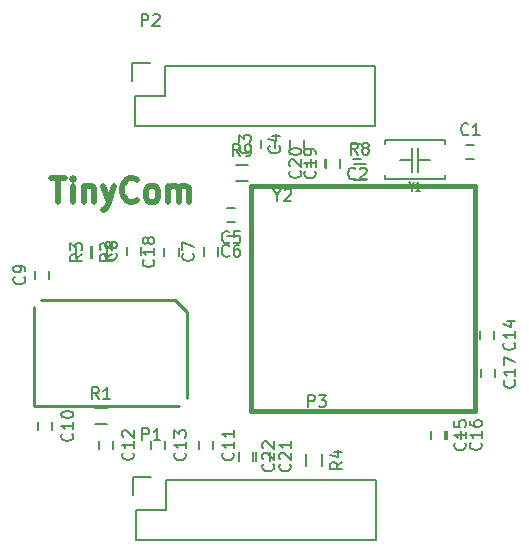
<source format=gbr>
G04 #@! TF.FileFunction,Legend,Top*
%FSLAX46Y46*%
G04 Gerber Fmt 4.6, Leading zero omitted, Abs format (unit mm)*
G04 Created by KiCad (PCBNEW 4.0.0-rc1-stable) date Sun 22 Nov 2015 09:54:25 PM ICT*
%MOMM*%
G01*
G04 APERTURE LIST*
%ADD10C,0.100000*%
%ADD11C,0.500000*%
%ADD12C,0.150000*%
%ADD13C,0.203200*%
%ADD14C,0.254000*%
%ADD15C,0.381000*%
%ADD16C,0.152400*%
G04 APERTURE END LIST*
D10*
D11*
X87379918Y-130857762D02*
X88522775Y-130857762D01*
X87951347Y-132857762D02*
X87951347Y-130857762D01*
X89189442Y-132857762D02*
X89189442Y-131524429D01*
X89189442Y-130857762D02*
X89094204Y-130953000D01*
X89189442Y-131048238D01*
X89284681Y-130953000D01*
X89189442Y-130857762D01*
X89189442Y-131048238D01*
X90141823Y-131524429D02*
X90141823Y-132857762D01*
X90141823Y-131714905D02*
X90237062Y-131619667D01*
X90427538Y-131524429D01*
X90713252Y-131524429D01*
X90903728Y-131619667D01*
X90998966Y-131810143D01*
X90998966Y-132857762D01*
X91760871Y-131524429D02*
X92237062Y-132857762D01*
X92713252Y-131524429D02*
X92237062Y-132857762D01*
X92046586Y-133333952D01*
X91951347Y-133429190D01*
X91760871Y-133524429D01*
X94618015Y-132667286D02*
X94522777Y-132762524D01*
X94237062Y-132857762D01*
X94046586Y-132857762D01*
X93760872Y-132762524D01*
X93570396Y-132572048D01*
X93475157Y-132381571D01*
X93379919Y-132000619D01*
X93379919Y-131714905D01*
X93475157Y-131333952D01*
X93570396Y-131143476D01*
X93760872Y-130953000D01*
X94046586Y-130857762D01*
X94237062Y-130857762D01*
X94522777Y-130953000D01*
X94618015Y-131048238D01*
X95760872Y-132857762D02*
X95570396Y-132762524D01*
X95475157Y-132667286D01*
X95379919Y-132476810D01*
X95379919Y-131905381D01*
X95475157Y-131714905D01*
X95570396Y-131619667D01*
X95760872Y-131524429D01*
X96046586Y-131524429D01*
X96237062Y-131619667D01*
X96332300Y-131714905D01*
X96427538Y-131905381D01*
X96427538Y-132476810D01*
X96332300Y-132667286D01*
X96237062Y-132762524D01*
X96046586Y-132857762D01*
X95760872Y-132857762D01*
X97284681Y-132857762D02*
X97284681Y-131524429D01*
X97284681Y-131714905D02*
X97379920Y-131619667D01*
X97570396Y-131524429D01*
X97856110Y-131524429D01*
X98046586Y-131619667D01*
X98141824Y-131810143D01*
X98141824Y-132857762D01*
X98141824Y-131810143D02*
X98237062Y-131619667D01*
X98427539Y-131524429D01*
X98713253Y-131524429D01*
X98903729Y-131619667D01*
X98998967Y-131810143D01*
X98998967Y-132857762D01*
D12*
X114871500Y-161480000D02*
X94551500Y-161480000D01*
X97091500Y-156400000D02*
X114871500Y-156400000D01*
X114871500Y-161480000D02*
X114871500Y-156400000D01*
X94551500Y-161480000D02*
X94551500Y-158940000D01*
X95821500Y-156120000D02*
X94271500Y-156120000D01*
X94551500Y-158940000D02*
X97091500Y-158940000D01*
X97091500Y-158940000D02*
X97091500Y-156400000D01*
X94271500Y-156120000D02*
X94271500Y-157670000D01*
X97018400Y-153117000D02*
X97018400Y-153817000D01*
X95818400Y-153817000D02*
X95818400Y-153117000D01*
X89444200Y-137635000D02*
X89444200Y-136635000D01*
X90794200Y-136635000D02*
X90794200Y-137635000D01*
X92115000Y-136635000D02*
X92115000Y-137635000D01*
X90765000Y-137635000D02*
X90765000Y-136635000D01*
X92067000Y-151678000D02*
X91067000Y-151678000D01*
X91067000Y-150328000D02*
X92067000Y-150328000D01*
X114808000Y-126428000D02*
X94488000Y-126428000D01*
X97028000Y-121348000D02*
X114808000Y-121348000D01*
X114808000Y-126428000D02*
X114808000Y-121348000D01*
X94488000Y-126428000D02*
X94488000Y-123888000D01*
X95758000Y-121068000D02*
X94208000Y-121068000D01*
X94488000Y-123888000D02*
X97028000Y-123888000D01*
X97028000Y-123888000D02*
X97028000Y-121348000D01*
X94208000Y-121068000D02*
X94208000Y-122618000D01*
D13*
X117920000Y-129286000D02*
X116904000Y-129286000D01*
X118428000Y-129286000D02*
X119444000Y-129286000D01*
X117920000Y-128270000D02*
X117920000Y-130302000D01*
X118428000Y-128270000D02*
X118428000Y-130302000D01*
X115634000Y-127635000D02*
X115634000Y-127952500D01*
X120714000Y-127635000D02*
X120714000Y-127952500D01*
X120714000Y-130937000D02*
X120714000Y-130619500D01*
X115634000Y-130937000D02*
X115634000Y-130619500D01*
X115634000Y-130937000D02*
X120714000Y-130937000D01*
X115634000Y-127635000D02*
X120714000Y-127635000D01*
D12*
X105128000Y-128302000D02*
X105128000Y-127602000D01*
X106328000Y-127602000D02*
X106328000Y-128302000D01*
X107604000Y-128302000D02*
X107604000Y-127602000D01*
X108804000Y-127602000D02*
X108804000Y-128302000D01*
X108964000Y-155211000D02*
X108964000Y-154211000D01*
X110314000Y-154211000D02*
X110314000Y-155211000D01*
X113974000Y-130977000D02*
X112974000Y-130977000D01*
X112974000Y-129627000D02*
X113974000Y-129627000D01*
X104017000Y-131104000D02*
X103017000Y-131104000D01*
X103017000Y-129754000D02*
X104017000Y-129754000D01*
X100289000Y-137408000D02*
X100289000Y-136708000D01*
X101489000Y-136708000D02*
X101489000Y-137408000D01*
X93773700Y-137358000D02*
X93773700Y-136658000D01*
X94973700Y-136658000D02*
X94973700Y-137358000D01*
X86014000Y-139390000D02*
X86014000Y-138690000D01*
X87214000Y-138690000D02*
X87214000Y-139390000D01*
X87468000Y-151491000D02*
X87468000Y-152191000D01*
X86268000Y-152191000D02*
X86268000Y-151491000D01*
X101082000Y-153117000D02*
X101082000Y-153817000D01*
X99882000Y-153817000D02*
X99882000Y-153117000D01*
X92598800Y-153104000D02*
X92598800Y-153804000D01*
X91398800Y-153804000D02*
X91398800Y-153104000D01*
X124882000Y-143782000D02*
X124882000Y-144482000D01*
X123682000Y-144482000D02*
X123682000Y-143782000D01*
X120729000Y-152266000D02*
X120729000Y-152966000D01*
X119529000Y-152966000D02*
X119529000Y-152266000D01*
X122050000Y-152240000D02*
X122050000Y-152940000D01*
X120850000Y-152940000D02*
X120850000Y-152240000D01*
X124908000Y-146970000D02*
X124908000Y-147670000D01*
X123708000Y-147670000D02*
X123708000Y-146970000D01*
X122497000Y-128051000D02*
X123197000Y-128051000D01*
X123197000Y-129251000D02*
X122497000Y-129251000D01*
X113621000Y-129200000D02*
X112921000Y-129200000D01*
X112921000Y-128000000D02*
X113621000Y-128000000D01*
X110614000Y-129954000D02*
X110614000Y-129254000D01*
X111814000Y-129254000D02*
X111814000Y-129954000D01*
X109369000Y-129928000D02*
X109369000Y-129228000D01*
X110569000Y-129228000D02*
X110569000Y-129928000D01*
X102941000Y-134598000D02*
X102241000Y-134598000D01*
X102241000Y-133398000D02*
X102941000Y-133398000D01*
X102941000Y-135741000D02*
X102241000Y-135741000D01*
X102241000Y-134541000D02*
X102941000Y-134541000D01*
X96948700Y-137446000D02*
X96948700Y-136746000D01*
X98148700Y-136746000D02*
X98148700Y-137446000D01*
X105908400Y-154056600D02*
X105908400Y-154756600D01*
X104708400Y-154756600D02*
X104708400Y-154056600D01*
X104486000Y-154056600D02*
X104486000Y-154756600D01*
X103286000Y-154756600D02*
X103286000Y-154056600D01*
D14*
X85862160Y-141793240D02*
X85862160Y-150139680D01*
X85862160Y-150139680D02*
X98211640Y-150139680D01*
X98861880Y-149489440D02*
X98861880Y-142143760D01*
X98861880Y-142143760D02*
X97861120Y-141143000D01*
X97861120Y-141143000D02*
X86512400Y-141143000D01*
D15*
X104244400Y-150548600D02*
X104244400Y-131549400D01*
X104244400Y-131549400D02*
X123243600Y-131549400D01*
X123243600Y-131549400D02*
X123243600Y-150548600D01*
X123243600Y-150548600D02*
X104244400Y-150548600D01*
D12*
X95083405Y-153022381D02*
X95083405Y-152022381D01*
X95464358Y-152022381D01*
X95559596Y-152070000D01*
X95607215Y-152117619D01*
X95654834Y-152212857D01*
X95654834Y-152355714D01*
X95607215Y-152450952D01*
X95559596Y-152498571D01*
X95464358Y-152546190D01*
X95083405Y-152546190D01*
X96607215Y-153022381D02*
X96035786Y-153022381D01*
X96321500Y-153022381D02*
X96321500Y-152022381D01*
X96226262Y-152165238D01*
X96131024Y-152260476D01*
X96035786Y-152308095D01*
X98675543Y-154109857D02*
X98723162Y-154157476D01*
X98770781Y-154300333D01*
X98770781Y-154395571D01*
X98723162Y-154538429D01*
X98627924Y-154633667D01*
X98532686Y-154681286D01*
X98342210Y-154728905D01*
X98199352Y-154728905D01*
X98008876Y-154681286D01*
X97913638Y-154633667D01*
X97818400Y-154538429D01*
X97770781Y-154395571D01*
X97770781Y-154300333D01*
X97818400Y-154157476D01*
X97866019Y-154109857D01*
X98770781Y-153157476D02*
X98770781Y-153728905D01*
X98770781Y-153443191D02*
X97770781Y-153443191D01*
X97913638Y-153538429D01*
X98008876Y-153633667D01*
X98056495Y-153728905D01*
X97770781Y-152824143D02*
X97770781Y-152205095D01*
X98151733Y-152538429D01*
X98151733Y-152395571D01*
X98199352Y-152300333D01*
X98246971Y-152252714D01*
X98342210Y-152205095D01*
X98580305Y-152205095D01*
X98675543Y-152252714D01*
X98723162Y-152300333D01*
X98770781Y-152395571D01*
X98770781Y-152681286D01*
X98723162Y-152776524D01*
X98675543Y-152824143D01*
X92471581Y-137301666D02*
X91995390Y-137635000D01*
X92471581Y-137873095D02*
X91471581Y-137873095D01*
X91471581Y-137492142D01*
X91519200Y-137396904D01*
X91566819Y-137349285D01*
X91662057Y-137301666D01*
X91804914Y-137301666D01*
X91900152Y-137349285D01*
X91947771Y-137396904D01*
X91995390Y-137492142D01*
X91995390Y-137873095D01*
X91566819Y-136920714D02*
X91519200Y-136873095D01*
X91471581Y-136777857D01*
X91471581Y-136539761D01*
X91519200Y-136444523D01*
X91566819Y-136396904D01*
X91662057Y-136349285D01*
X91757295Y-136349285D01*
X91900152Y-136396904D01*
X92471581Y-136968333D01*
X92471581Y-136349285D01*
X89992381Y-137301666D02*
X89516190Y-137635000D01*
X89992381Y-137873095D02*
X88992381Y-137873095D01*
X88992381Y-137492142D01*
X89040000Y-137396904D01*
X89087619Y-137349285D01*
X89182857Y-137301666D01*
X89325714Y-137301666D01*
X89420952Y-137349285D01*
X89468571Y-137396904D01*
X89516190Y-137492142D01*
X89516190Y-137873095D01*
X88992381Y-136968333D02*
X88992381Y-136349285D01*
X89373333Y-136682619D01*
X89373333Y-136539761D01*
X89420952Y-136444523D01*
X89468571Y-136396904D01*
X89563810Y-136349285D01*
X89801905Y-136349285D01*
X89897143Y-136396904D01*
X89944762Y-136444523D01*
X89992381Y-136539761D01*
X89992381Y-136825476D01*
X89944762Y-136920714D01*
X89897143Y-136968333D01*
X91400334Y-149555381D02*
X91067000Y-149079190D01*
X90828905Y-149555381D02*
X90828905Y-148555381D01*
X91209858Y-148555381D01*
X91305096Y-148603000D01*
X91352715Y-148650619D01*
X91400334Y-148745857D01*
X91400334Y-148888714D01*
X91352715Y-148983952D01*
X91305096Y-149031571D01*
X91209858Y-149079190D01*
X90828905Y-149079190D01*
X92352715Y-149555381D02*
X91781286Y-149555381D01*
X92067000Y-149555381D02*
X92067000Y-148555381D01*
X91971762Y-148698238D01*
X91876524Y-148793476D01*
X91781286Y-148841095D01*
X95019905Y-117970381D02*
X95019905Y-116970381D01*
X95400858Y-116970381D01*
X95496096Y-117018000D01*
X95543715Y-117065619D01*
X95591334Y-117160857D01*
X95591334Y-117303714D01*
X95543715Y-117398952D01*
X95496096Y-117446571D01*
X95400858Y-117494190D01*
X95019905Y-117494190D01*
X95972286Y-117065619D02*
X96019905Y-117018000D01*
X96115143Y-116970381D01*
X96353239Y-116970381D01*
X96448477Y-117018000D01*
X96496096Y-117065619D01*
X96543715Y-117160857D01*
X96543715Y-117256095D01*
X96496096Y-117398952D01*
X95924667Y-117970381D01*
X96543715Y-117970381D01*
D16*
X117883715Y-131553857D02*
X117883715Y-131916714D01*
X117680515Y-131154714D02*
X117883715Y-131553857D01*
X118086915Y-131154714D01*
X118609429Y-131916714D02*
X118261086Y-131916714D01*
X118435258Y-131916714D02*
X118435258Y-131154714D01*
X118377201Y-131263571D01*
X118319143Y-131336143D01*
X118261086Y-131372429D01*
D12*
X106501809Y-132278190D02*
X106501809Y-132754381D01*
X106168476Y-131754381D02*
X106501809Y-132278190D01*
X106835143Y-131754381D01*
X107120857Y-131849619D02*
X107168476Y-131802000D01*
X107263714Y-131754381D01*
X107501810Y-131754381D01*
X107597048Y-131802000D01*
X107644667Y-131849619D01*
X107692286Y-131944857D01*
X107692286Y-132040095D01*
X107644667Y-132182952D01*
X107073238Y-132754381D01*
X107692286Y-132754381D01*
X104185143Y-128118666D02*
X104232762Y-128166285D01*
X104280381Y-128309142D01*
X104280381Y-128404380D01*
X104232762Y-128547238D01*
X104137524Y-128642476D01*
X104042286Y-128690095D01*
X103851810Y-128737714D01*
X103708952Y-128737714D01*
X103518476Y-128690095D01*
X103423238Y-128642476D01*
X103328000Y-128547238D01*
X103280381Y-128404380D01*
X103280381Y-128309142D01*
X103328000Y-128166285D01*
X103375619Y-128118666D01*
X103280381Y-127785333D02*
X103280381Y-127166285D01*
X103661333Y-127499619D01*
X103661333Y-127356761D01*
X103708952Y-127261523D01*
X103756571Y-127213904D01*
X103851810Y-127166285D01*
X104089905Y-127166285D01*
X104185143Y-127213904D01*
X104232762Y-127261523D01*
X104280381Y-127356761D01*
X104280381Y-127642476D01*
X104232762Y-127737714D01*
X104185143Y-127785333D01*
X106661143Y-128118666D02*
X106708762Y-128166285D01*
X106756381Y-128309142D01*
X106756381Y-128404380D01*
X106708762Y-128547238D01*
X106613524Y-128642476D01*
X106518286Y-128690095D01*
X106327810Y-128737714D01*
X106184952Y-128737714D01*
X105994476Y-128690095D01*
X105899238Y-128642476D01*
X105804000Y-128547238D01*
X105756381Y-128404380D01*
X105756381Y-128309142D01*
X105804000Y-128166285D01*
X105851619Y-128118666D01*
X106089714Y-127261523D02*
X106756381Y-127261523D01*
X105708762Y-127499619D02*
X106423048Y-127737714D01*
X106423048Y-127118666D01*
X111991381Y-154877666D02*
X111515190Y-155211000D01*
X111991381Y-155449095D02*
X110991381Y-155449095D01*
X110991381Y-155068142D01*
X111039000Y-154972904D01*
X111086619Y-154925285D01*
X111181857Y-154877666D01*
X111324714Y-154877666D01*
X111419952Y-154925285D01*
X111467571Y-154972904D01*
X111515190Y-155068142D01*
X111515190Y-155449095D01*
X111324714Y-154020523D02*
X111991381Y-154020523D01*
X110943762Y-154258619D02*
X111658048Y-154496714D01*
X111658048Y-153877666D01*
X113307334Y-128854381D02*
X112974000Y-128378190D01*
X112735905Y-128854381D02*
X112735905Y-127854381D01*
X113116858Y-127854381D01*
X113212096Y-127902000D01*
X113259715Y-127949619D01*
X113307334Y-128044857D01*
X113307334Y-128187714D01*
X113259715Y-128282952D01*
X113212096Y-128330571D01*
X113116858Y-128378190D01*
X112735905Y-128378190D01*
X113878762Y-128282952D02*
X113783524Y-128235333D01*
X113735905Y-128187714D01*
X113688286Y-128092476D01*
X113688286Y-128044857D01*
X113735905Y-127949619D01*
X113783524Y-127902000D01*
X113878762Y-127854381D01*
X114069239Y-127854381D01*
X114164477Y-127902000D01*
X114212096Y-127949619D01*
X114259715Y-128044857D01*
X114259715Y-128092476D01*
X114212096Y-128187714D01*
X114164477Y-128235333D01*
X114069239Y-128282952D01*
X113878762Y-128282952D01*
X113783524Y-128330571D01*
X113735905Y-128378190D01*
X113688286Y-128473429D01*
X113688286Y-128663905D01*
X113735905Y-128759143D01*
X113783524Y-128806762D01*
X113878762Y-128854381D01*
X114069239Y-128854381D01*
X114164477Y-128806762D01*
X114212096Y-128759143D01*
X114259715Y-128663905D01*
X114259715Y-128473429D01*
X114212096Y-128378190D01*
X114164477Y-128330571D01*
X114069239Y-128282952D01*
X103350334Y-128981381D02*
X103017000Y-128505190D01*
X102778905Y-128981381D02*
X102778905Y-127981381D01*
X103159858Y-127981381D01*
X103255096Y-128029000D01*
X103302715Y-128076619D01*
X103350334Y-128171857D01*
X103350334Y-128314714D01*
X103302715Y-128409952D01*
X103255096Y-128457571D01*
X103159858Y-128505190D01*
X102778905Y-128505190D01*
X103826524Y-128981381D02*
X104017000Y-128981381D01*
X104112239Y-128933762D01*
X104159858Y-128886143D01*
X104255096Y-128743286D01*
X104302715Y-128552810D01*
X104302715Y-128171857D01*
X104255096Y-128076619D01*
X104207477Y-128029000D01*
X104112239Y-127981381D01*
X103921762Y-127981381D01*
X103826524Y-128029000D01*
X103778905Y-128076619D01*
X103731286Y-128171857D01*
X103731286Y-128409952D01*
X103778905Y-128505190D01*
X103826524Y-128552810D01*
X103921762Y-128600429D01*
X104112239Y-128600429D01*
X104207477Y-128552810D01*
X104255096Y-128505190D01*
X104302715Y-128409952D01*
X99346143Y-137224666D02*
X99393762Y-137272285D01*
X99441381Y-137415142D01*
X99441381Y-137510380D01*
X99393762Y-137653238D01*
X99298524Y-137748476D01*
X99203286Y-137796095D01*
X99012810Y-137843714D01*
X98869952Y-137843714D01*
X98679476Y-137796095D01*
X98584238Y-137748476D01*
X98489000Y-137653238D01*
X98441381Y-137510380D01*
X98441381Y-137415142D01*
X98489000Y-137272285D01*
X98536619Y-137224666D01*
X98441381Y-136891333D02*
X98441381Y-136224666D01*
X99441381Y-136653238D01*
X92830843Y-137174666D02*
X92878462Y-137222285D01*
X92926081Y-137365142D01*
X92926081Y-137460380D01*
X92878462Y-137603238D01*
X92783224Y-137698476D01*
X92687986Y-137746095D01*
X92497510Y-137793714D01*
X92354652Y-137793714D01*
X92164176Y-137746095D01*
X92068938Y-137698476D01*
X91973700Y-137603238D01*
X91926081Y-137460380D01*
X91926081Y-137365142D01*
X91973700Y-137222285D01*
X92021319Y-137174666D01*
X92354652Y-136603238D02*
X92307033Y-136698476D01*
X92259414Y-136746095D01*
X92164176Y-136793714D01*
X92116557Y-136793714D01*
X92021319Y-136746095D01*
X91973700Y-136698476D01*
X91926081Y-136603238D01*
X91926081Y-136412761D01*
X91973700Y-136317523D01*
X92021319Y-136269904D01*
X92116557Y-136222285D01*
X92164176Y-136222285D01*
X92259414Y-136269904D01*
X92307033Y-136317523D01*
X92354652Y-136412761D01*
X92354652Y-136603238D01*
X92402271Y-136698476D01*
X92449890Y-136746095D01*
X92545129Y-136793714D01*
X92735605Y-136793714D01*
X92830843Y-136746095D01*
X92878462Y-136698476D01*
X92926081Y-136603238D01*
X92926081Y-136412761D01*
X92878462Y-136317523D01*
X92830843Y-136269904D01*
X92735605Y-136222285D01*
X92545129Y-136222285D01*
X92449890Y-136269904D01*
X92402271Y-136317523D01*
X92354652Y-136412761D01*
X85071143Y-139206666D02*
X85118762Y-139254285D01*
X85166381Y-139397142D01*
X85166381Y-139492380D01*
X85118762Y-139635238D01*
X85023524Y-139730476D01*
X84928286Y-139778095D01*
X84737810Y-139825714D01*
X84594952Y-139825714D01*
X84404476Y-139778095D01*
X84309238Y-139730476D01*
X84214000Y-139635238D01*
X84166381Y-139492380D01*
X84166381Y-139397142D01*
X84214000Y-139254285D01*
X84261619Y-139206666D01*
X85166381Y-138730476D02*
X85166381Y-138540000D01*
X85118762Y-138444761D01*
X85071143Y-138397142D01*
X84928286Y-138301904D01*
X84737810Y-138254285D01*
X84356857Y-138254285D01*
X84261619Y-138301904D01*
X84214000Y-138349523D01*
X84166381Y-138444761D01*
X84166381Y-138635238D01*
X84214000Y-138730476D01*
X84261619Y-138778095D01*
X84356857Y-138825714D01*
X84594952Y-138825714D01*
X84690190Y-138778095D01*
X84737810Y-138730476D01*
X84785429Y-138635238D01*
X84785429Y-138444761D01*
X84737810Y-138349523D01*
X84690190Y-138301904D01*
X84594952Y-138254285D01*
X89125143Y-152483857D02*
X89172762Y-152531476D01*
X89220381Y-152674333D01*
X89220381Y-152769571D01*
X89172762Y-152912429D01*
X89077524Y-153007667D01*
X88982286Y-153055286D01*
X88791810Y-153102905D01*
X88648952Y-153102905D01*
X88458476Y-153055286D01*
X88363238Y-153007667D01*
X88268000Y-152912429D01*
X88220381Y-152769571D01*
X88220381Y-152674333D01*
X88268000Y-152531476D01*
X88315619Y-152483857D01*
X89220381Y-151531476D02*
X89220381Y-152102905D01*
X89220381Y-151817191D02*
X88220381Y-151817191D01*
X88363238Y-151912429D01*
X88458476Y-152007667D01*
X88506095Y-152102905D01*
X88220381Y-150912429D02*
X88220381Y-150817190D01*
X88268000Y-150721952D01*
X88315619Y-150674333D01*
X88410857Y-150626714D01*
X88601333Y-150579095D01*
X88839429Y-150579095D01*
X89029905Y-150626714D01*
X89125143Y-150674333D01*
X89172762Y-150721952D01*
X89220381Y-150817190D01*
X89220381Y-150912429D01*
X89172762Y-151007667D01*
X89125143Y-151055286D01*
X89029905Y-151102905D01*
X88839429Y-151150524D01*
X88601333Y-151150524D01*
X88410857Y-151102905D01*
X88315619Y-151055286D01*
X88268000Y-151007667D01*
X88220381Y-150912429D01*
X102739143Y-154109857D02*
X102786762Y-154157476D01*
X102834381Y-154300333D01*
X102834381Y-154395571D01*
X102786762Y-154538429D01*
X102691524Y-154633667D01*
X102596286Y-154681286D01*
X102405810Y-154728905D01*
X102262952Y-154728905D01*
X102072476Y-154681286D01*
X101977238Y-154633667D01*
X101882000Y-154538429D01*
X101834381Y-154395571D01*
X101834381Y-154300333D01*
X101882000Y-154157476D01*
X101929619Y-154109857D01*
X102834381Y-153157476D02*
X102834381Y-153728905D01*
X102834381Y-153443191D02*
X101834381Y-153443191D01*
X101977238Y-153538429D01*
X102072476Y-153633667D01*
X102120095Y-153728905D01*
X102834381Y-152205095D02*
X102834381Y-152776524D01*
X102834381Y-152490810D02*
X101834381Y-152490810D01*
X101977238Y-152586048D01*
X102072476Y-152681286D01*
X102120095Y-152776524D01*
X94255943Y-154096857D02*
X94303562Y-154144476D01*
X94351181Y-154287333D01*
X94351181Y-154382571D01*
X94303562Y-154525429D01*
X94208324Y-154620667D01*
X94113086Y-154668286D01*
X93922610Y-154715905D01*
X93779752Y-154715905D01*
X93589276Y-154668286D01*
X93494038Y-154620667D01*
X93398800Y-154525429D01*
X93351181Y-154382571D01*
X93351181Y-154287333D01*
X93398800Y-154144476D01*
X93446419Y-154096857D01*
X94351181Y-153144476D02*
X94351181Y-153715905D01*
X94351181Y-153430191D02*
X93351181Y-153430191D01*
X93494038Y-153525429D01*
X93589276Y-153620667D01*
X93636895Y-153715905D01*
X93446419Y-152763524D02*
X93398800Y-152715905D01*
X93351181Y-152620667D01*
X93351181Y-152382571D01*
X93398800Y-152287333D01*
X93446419Y-152239714D01*
X93541657Y-152192095D01*
X93636895Y-152192095D01*
X93779752Y-152239714D01*
X94351181Y-152811143D01*
X94351181Y-152192095D01*
X126539143Y-144774857D02*
X126586762Y-144822476D01*
X126634381Y-144965333D01*
X126634381Y-145060571D01*
X126586762Y-145203429D01*
X126491524Y-145298667D01*
X126396286Y-145346286D01*
X126205810Y-145393905D01*
X126062952Y-145393905D01*
X125872476Y-145346286D01*
X125777238Y-145298667D01*
X125682000Y-145203429D01*
X125634381Y-145060571D01*
X125634381Y-144965333D01*
X125682000Y-144822476D01*
X125729619Y-144774857D01*
X126634381Y-143822476D02*
X126634381Y-144393905D01*
X126634381Y-144108191D02*
X125634381Y-144108191D01*
X125777238Y-144203429D01*
X125872476Y-144298667D01*
X125920095Y-144393905D01*
X125967714Y-142965333D02*
X126634381Y-142965333D01*
X125586762Y-143203429D02*
X126301048Y-143441524D01*
X126301048Y-142822476D01*
X122386143Y-153258857D02*
X122433762Y-153306476D01*
X122481381Y-153449333D01*
X122481381Y-153544571D01*
X122433762Y-153687429D01*
X122338524Y-153782667D01*
X122243286Y-153830286D01*
X122052810Y-153877905D01*
X121909952Y-153877905D01*
X121719476Y-153830286D01*
X121624238Y-153782667D01*
X121529000Y-153687429D01*
X121481381Y-153544571D01*
X121481381Y-153449333D01*
X121529000Y-153306476D01*
X121576619Y-153258857D01*
X122481381Y-152306476D02*
X122481381Y-152877905D01*
X122481381Y-152592191D02*
X121481381Y-152592191D01*
X121624238Y-152687429D01*
X121719476Y-152782667D01*
X121767095Y-152877905D01*
X121481381Y-151401714D02*
X121481381Y-151877905D01*
X121957571Y-151925524D01*
X121909952Y-151877905D01*
X121862333Y-151782667D01*
X121862333Y-151544571D01*
X121909952Y-151449333D01*
X121957571Y-151401714D01*
X122052810Y-151354095D01*
X122290905Y-151354095D01*
X122386143Y-151401714D01*
X122433762Y-151449333D01*
X122481381Y-151544571D01*
X122481381Y-151782667D01*
X122433762Y-151877905D01*
X122386143Y-151925524D01*
X123707143Y-153232857D02*
X123754762Y-153280476D01*
X123802381Y-153423333D01*
X123802381Y-153518571D01*
X123754762Y-153661429D01*
X123659524Y-153756667D01*
X123564286Y-153804286D01*
X123373810Y-153851905D01*
X123230952Y-153851905D01*
X123040476Y-153804286D01*
X122945238Y-153756667D01*
X122850000Y-153661429D01*
X122802381Y-153518571D01*
X122802381Y-153423333D01*
X122850000Y-153280476D01*
X122897619Y-153232857D01*
X123802381Y-152280476D02*
X123802381Y-152851905D01*
X123802381Y-152566191D02*
X122802381Y-152566191D01*
X122945238Y-152661429D01*
X123040476Y-152756667D01*
X123088095Y-152851905D01*
X122802381Y-151423333D02*
X122802381Y-151613810D01*
X122850000Y-151709048D01*
X122897619Y-151756667D01*
X123040476Y-151851905D01*
X123230952Y-151899524D01*
X123611905Y-151899524D01*
X123707143Y-151851905D01*
X123754762Y-151804286D01*
X123802381Y-151709048D01*
X123802381Y-151518571D01*
X123754762Y-151423333D01*
X123707143Y-151375714D01*
X123611905Y-151328095D01*
X123373810Y-151328095D01*
X123278571Y-151375714D01*
X123230952Y-151423333D01*
X123183333Y-151518571D01*
X123183333Y-151709048D01*
X123230952Y-151804286D01*
X123278571Y-151851905D01*
X123373810Y-151899524D01*
X126565143Y-147962857D02*
X126612762Y-148010476D01*
X126660381Y-148153333D01*
X126660381Y-148248571D01*
X126612762Y-148391429D01*
X126517524Y-148486667D01*
X126422286Y-148534286D01*
X126231810Y-148581905D01*
X126088952Y-148581905D01*
X125898476Y-148534286D01*
X125803238Y-148486667D01*
X125708000Y-148391429D01*
X125660381Y-148248571D01*
X125660381Y-148153333D01*
X125708000Y-148010476D01*
X125755619Y-147962857D01*
X126660381Y-147010476D02*
X126660381Y-147581905D01*
X126660381Y-147296191D02*
X125660381Y-147296191D01*
X125803238Y-147391429D01*
X125898476Y-147486667D01*
X125946095Y-147581905D01*
X125660381Y-146677143D02*
X125660381Y-146010476D01*
X126660381Y-146439048D01*
X122680334Y-127108143D02*
X122632715Y-127155762D01*
X122489858Y-127203381D01*
X122394620Y-127203381D01*
X122251762Y-127155762D01*
X122156524Y-127060524D01*
X122108905Y-126965286D01*
X122061286Y-126774810D01*
X122061286Y-126631952D01*
X122108905Y-126441476D01*
X122156524Y-126346238D01*
X122251762Y-126251000D01*
X122394620Y-126203381D01*
X122489858Y-126203381D01*
X122632715Y-126251000D01*
X122680334Y-126298619D01*
X123632715Y-127203381D02*
X123061286Y-127203381D01*
X123347000Y-127203381D02*
X123347000Y-126203381D01*
X123251762Y-126346238D01*
X123156524Y-126441476D01*
X123061286Y-126489095D01*
X113104334Y-130857143D02*
X113056715Y-130904762D01*
X112913858Y-130952381D01*
X112818620Y-130952381D01*
X112675762Y-130904762D01*
X112580524Y-130809524D01*
X112532905Y-130714286D01*
X112485286Y-130523810D01*
X112485286Y-130380952D01*
X112532905Y-130190476D01*
X112580524Y-130095238D01*
X112675762Y-130000000D01*
X112818620Y-129952381D01*
X112913858Y-129952381D01*
X113056715Y-130000000D01*
X113104334Y-130047619D01*
X113485286Y-130047619D02*
X113532905Y-130000000D01*
X113628143Y-129952381D01*
X113866239Y-129952381D01*
X113961477Y-130000000D01*
X114009096Y-130047619D01*
X114056715Y-130142857D01*
X114056715Y-130238095D01*
X114009096Y-130380952D01*
X113437667Y-130952381D01*
X114056715Y-130952381D01*
X109671143Y-130246857D02*
X109718762Y-130294476D01*
X109766381Y-130437333D01*
X109766381Y-130532571D01*
X109718762Y-130675429D01*
X109623524Y-130770667D01*
X109528286Y-130818286D01*
X109337810Y-130865905D01*
X109194952Y-130865905D01*
X109004476Y-130818286D01*
X108909238Y-130770667D01*
X108814000Y-130675429D01*
X108766381Y-130532571D01*
X108766381Y-130437333D01*
X108814000Y-130294476D01*
X108861619Y-130246857D01*
X109766381Y-129294476D02*
X109766381Y-129865905D01*
X109766381Y-129580191D02*
X108766381Y-129580191D01*
X108909238Y-129675429D01*
X109004476Y-129770667D01*
X109052095Y-129865905D01*
X109766381Y-128818286D02*
X109766381Y-128627810D01*
X109718762Y-128532571D01*
X109671143Y-128484952D01*
X109528286Y-128389714D01*
X109337810Y-128342095D01*
X108956857Y-128342095D01*
X108861619Y-128389714D01*
X108814000Y-128437333D01*
X108766381Y-128532571D01*
X108766381Y-128723048D01*
X108814000Y-128818286D01*
X108861619Y-128865905D01*
X108956857Y-128913524D01*
X109194952Y-128913524D01*
X109290190Y-128865905D01*
X109337810Y-128818286D01*
X109385429Y-128723048D01*
X109385429Y-128532571D01*
X109337810Y-128437333D01*
X109290190Y-128389714D01*
X109194952Y-128342095D01*
X108426143Y-130220857D02*
X108473762Y-130268476D01*
X108521381Y-130411333D01*
X108521381Y-130506571D01*
X108473762Y-130649429D01*
X108378524Y-130744667D01*
X108283286Y-130792286D01*
X108092810Y-130839905D01*
X107949952Y-130839905D01*
X107759476Y-130792286D01*
X107664238Y-130744667D01*
X107569000Y-130649429D01*
X107521381Y-130506571D01*
X107521381Y-130411333D01*
X107569000Y-130268476D01*
X107616619Y-130220857D01*
X107616619Y-129839905D02*
X107569000Y-129792286D01*
X107521381Y-129697048D01*
X107521381Y-129458952D01*
X107569000Y-129363714D01*
X107616619Y-129316095D01*
X107711857Y-129268476D01*
X107807095Y-129268476D01*
X107949952Y-129316095D01*
X108521381Y-129887524D01*
X108521381Y-129268476D01*
X107521381Y-128649429D02*
X107521381Y-128554190D01*
X107569000Y-128458952D01*
X107616619Y-128411333D01*
X107711857Y-128363714D01*
X107902333Y-128316095D01*
X108140429Y-128316095D01*
X108330905Y-128363714D01*
X108426143Y-128411333D01*
X108473762Y-128458952D01*
X108521381Y-128554190D01*
X108521381Y-128649429D01*
X108473762Y-128744667D01*
X108426143Y-128792286D01*
X108330905Y-128839905D01*
X108140429Y-128887524D01*
X107902333Y-128887524D01*
X107711857Y-128839905D01*
X107616619Y-128792286D01*
X107569000Y-128744667D01*
X107521381Y-128649429D01*
X102424334Y-136255143D02*
X102376715Y-136302762D01*
X102233858Y-136350381D01*
X102138620Y-136350381D01*
X101995762Y-136302762D01*
X101900524Y-136207524D01*
X101852905Y-136112286D01*
X101805286Y-135921810D01*
X101805286Y-135778952D01*
X101852905Y-135588476D01*
X101900524Y-135493238D01*
X101995762Y-135398000D01*
X102138620Y-135350381D01*
X102233858Y-135350381D01*
X102376715Y-135398000D01*
X102424334Y-135445619D01*
X103329096Y-135350381D02*
X102852905Y-135350381D01*
X102805286Y-135826571D01*
X102852905Y-135778952D01*
X102948143Y-135731333D01*
X103186239Y-135731333D01*
X103281477Y-135778952D01*
X103329096Y-135826571D01*
X103376715Y-135921810D01*
X103376715Y-136159905D01*
X103329096Y-136255143D01*
X103281477Y-136302762D01*
X103186239Y-136350381D01*
X102948143Y-136350381D01*
X102852905Y-136302762D01*
X102805286Y-136255143D01*
X102424334Y-137398143D02*
X102376715Y-137445762D01*
X102233858Y-137493381D01*
X102138620Y-137493381D01*
X101995762Y-137445762D01*
X101900524Y-137350524D01*
X101852905Y-137255286D01*
X101805286Y-137064810D01*
X101805286Y-136921952D01*
X101852905Y-136731476D01*
X101900524Y-136636238D01*
X101995762Y-136541000D01*
X102138620Y-136493381D01*
X102233858Y-136493381D01*
X102376715Y-136541000D01*
X102424334Y-136588619D01*
X103281477Y-136493381D02*
X103091000Y-136493381D01*
X102995762Y-136541000D01*
X102948143Y-136588619D01*
X102852905Y-136731476D01*
X102805286Y-136921952D01*
X102805286Y-137302905D01*
X102852905Y-137398143D01*
X102900524Y-137445762D01*
X102995762Y-137493381D01*
X103186239Y-137493381D01*
X103281477Y-137445762D01*
X103329096Y-137398143D01*
X103376715Y-137302905D01*
X103376715Y-137064810D01*
X103329096Y-136969571D01*
X103281477Y-136921952D01*
X103186239Y-136874333D01*
X102995762Y-136874333D01*
X102900524Y-136921952D01*
X102852905Y-136969571D01*
X102805286Y-137064810D01*
X96005843Y-137738857D02*
X96053462Y-137786476D01*
X96101081Y-137929333D01*
X96101081Y-138024571D01*
X96053462Y-138167429D01*
X95958224Y-138262667D01*
X95862986Y-138310286D01*
X95672510Y-138357905D01*
X95529652Y-138357905D01*
X95339176Y-138310286D01*
X95243938Y-138262667D01*
X95148700Y-138167429D01*
X95101081Y-138024571D01*
X95101081Y-137929333D01*
X95148700Y-137786476D01*
X95196319Y-137738857D01*
X96101081Y-136786476D02*
X96101081Y-137357905D01*
X96101081Y-137072191D02*
X95101081Y-137072191D01*
X95243938Y-137167429D01*
X95339176Y-137262667D01*
X95386795Y-137357905D01*
X95529652Y-136215048D02*
X95482033Y-136310286D01*
X95434414Y-136357905D01*
X95339176Y-136405524D01*
X95291557Y-136405524D01*
X95196319Y-136357905D01*
X95148700Y-136310286D01*
X95101081Y-136215048D01*
X95101081Y-136024571D01*
X95148700Y-135929333D01*
X95196319Y-135881714D01*
X95291557Y-135834095D01*
X95339176Y-135834095D01*
X95434414Y-135881714D01*
X95482033Y-135929333D01*
X95529652Y-136024571D01*
X95529652Y-136215048D01*
X95577271Y-136310286D01*
X95624890Y-136357905D01*
X95720129Y-136405524D01*
X95910605Y-136405524D01*
X96005843Y-136357905D01*
X96053462Y-136310286D01*
X96101081Y-136215048D01*
X96101081Y-136024571D01*
X96053462Y-135929333D01*
X96005843Y-135881714D01*
X95910605Y-135834095D01*
X95720129Y-135834095D01*
X95624890Y-135881714D01*
X95577271Y-135929333D01*
X95529652Y-136024571D01*
X107565543Y-155049457D02*
X107613162Y-155097076D01*
X107660781Y-155239933D01*
X107660781Y-155335171D01*
X107613162Y-155478029D01*
X107517924Y-155573267D01*
X107422686Y-155620886D01*
X107232210Y-155668505D01*
X107089352Y-155668505D01*
X106898876Y-155620886D01*
X106803638Y-155573267D01*
X106708400Y-155478029D01*
X106660781Y-155335171D01*
X106660781Y-155239933D01*
X106708400Y-155097076D01*
X106756019Y-155049457D01*
X106756019Y-154668505D02*
X106708400Y-154620886D01*
X106660781Y-154525648D01*
X106660781Y-154287552D01*
X106708400Y-154192314D01*
X106756019Y-154144695D01*
X106851257Y-154097076D01*
X106946495Y-154097076D01*
X107089352Y-154144695D01*
X107660781Y-154716124D01*
X107660781Y-154097076D01*
X107660781Y-153144695D02*
X107660781Y-153716124D01*
X107660781Y-153430410D02*
X106660781Y-153430410D01*
X106803638Y-153525648D01*
X106898876Y-153620886D01*
X106946495Y-153716124D01*
X106143143Y-155049457D02*
X106190762Y-155097076D01*
X106238381Y-155239933D01*
X106238381Y-155335171D01*
X106190762Y-155478029D01*
X106095524Y-155573267D01*
X106000286Y-155620886D01*
X105809810Y-155668505D01*
X105666952Y-155668505D01*
X105476476Y-155620886D01*
X105381238Y-155573267D01*
X105286000Y-155478029D01*
X105238381Y-155335171D01*
X105238381Y-155239933D01*
X105286000Y-155097076D01*
X105333619Y-155049457D01*
X105333619Y-154668505D02*
X105286000Y-154620886D01*
X105238381Y-154525648D01*
X105238381Y-154287552D01*
X105286000Y-154192314D01*
X105333619Y-154144695D01*
X105428857Y-154097076D01*
X105524095Y-154097076D01*
X105666952Y-154144695D01*
X106238381Y-154716124D01*
X106238381Y-154097076D01*
X105333619Y-153716124D02*
X105286000Y-153668505D01*
X105238381Y-153573267D01*
X105238381Y-153335171D01*
X105286000Y-153239933D01*
X105333619Y-153192314D01*
X105428857Y-153144695D01*
X105524095Y-153144695D01*
X105666952Y-153192314D01*
X106238381Y-153763743D01*
X106238381Y-153144695D01*
X109091505Y-150210781D02*
X109091505Y-149210781D01*
X109472458Y-149210781D01*
X109567696Y-149258400D01*
X109615315Y-149306019D01*
X109662934Y-149401257D01*
X109662934Y-149544114D01*
X109615315Y-149639352D01*
X109567696Y-149686971D01*
X109472458Y-149734590D01*
X109091505Y-149734590D01*
X109996267Y-149210781D02*
X110615315Y-149210781D01*
X110281981Y-149591733D01*
X110424839Y-149591733D01*
X110520077Y-149639352D01*
X110567696Y-149686971D01*
X110615315Y-149782210D01*
X110615315Y-150020305D01*
X110567696Y-150115543D01*
X110520077Y-150163162D01*
X110424839Y-150210781D01*
X110139124Y-150210781D01*
X110043886Y-150163162D01*
X109996267Y-150115543D01*
M02*

</source>
